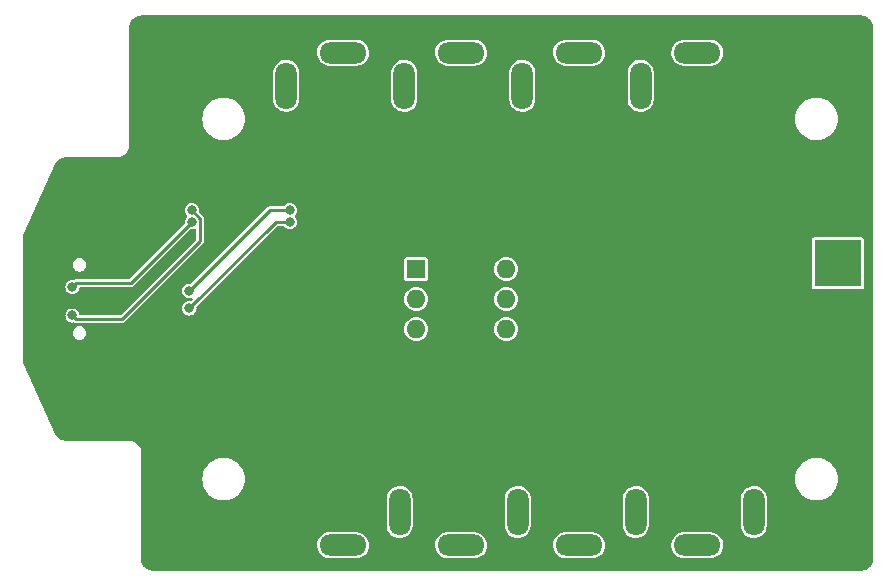
<source format=gbr>
%TF.GenerationSoftware,KiCad,Pcbnew,7.0.1*%
%TF.CreationDate,2024-06-10T22:25:48+03:00*%
%TF.ProjectId,PedalPower,50656461-6c50-46f7-9765-722e6b696361,rev?*%
%TF.SameCoordinates,Original*%
%TF.FileFunction,Copper,L2,Bot*%
%TF.FilePolarity,Positive*%
%FSLAX46Y46*%
G04 Gerber Fmt 4.6, Leading zero omitted, Abs format (unit mm)*
G04 Created by KiCad (PCBNEW 7.0.1) date 2024-06-10 22:25:48*
%MOMM*%
%LPD*%
G01*
G04 APERTURE LIST*
%TA.AperFunction,ComponentPad*%
%ADD10R,4.000000X4.000000*%
%TD*%
%TA.AperFunction,ComponentPad*%
%ADD11R,4.400000X1.800000*%
%TD*%
%TA.AperFunction,ComponentPad*%
%ADD12O,4.000000X1.800000*%
%TD*%
%TA.AperFunction,ComponentPad*%
%ADD13O,1.800000X4.000000*%
%TD*%
%TA.AperFunction,ComponentPad*%
%ADD14R,1.600000X1.600000*%
%TD*%
%TA.AperFunction,ComponentPad*%
%ADD15O,1.600000X1.600000*%
%TD*%
%TA.AperFunction,ComponentPad*%
%ADD16O,2.100000X1.000000*%
%TD*%
%TA.AperFunction,ComponentPad*%
%ADD17O,1.600000X1.000000*%
%TD*%
%TA.AperFunction,ViaPad*%
%ADD18C,0.800000*%
%TD*%
%TA.AperFunction,Conductor*%
%ADD19C,0.250000*%
%TD*%
G04 APERTURE END LIST*
D10*
%TO.P,TP2,1,1*%
%TO.N,GND*%
X52000000Y-3000000D03*
%TD*%
D11*
%TO.P,J8,1*%
%TO.N,GND*%
X10100000Y15050000D03*
D12*
%TO.P,J8,2*%
%TO.N,VCC*%
X10100000Y20850000D03*
D13*
%TO.P,J8,3*%
%TO.N,unconnected-(J8-Pad3)*%
X5300000Y18050000D03*
%TD*%
D11*
%TO.P,J7,1*%
%TO.N,GND*%
X30100000Y-15050000D03*
D12*
%TO.P,J7,2*%
%TO.N,VCC*%
X30100000Y-20850000D03*
D13*
%TO.P,J7,3*%
%TO.N,unconnected-(J7-Pad3)*%
X34900000Y-18050000D03*
%TD*%
D11*
%TO.P,J9,1*%
%TO.N,GND*%
X40100000Y-15050000D03*
D12*
%TO.P,J9,2*%
%TO.N,VCC*%
X40100000Y-20850000D03*
D13*
%TO.P,J9,3*%
%TO.N,unconnected-(J9-Pad3)*%
X44900000Y-18050000D03*
%TD*%
D11*
%TO.P,J3,1*%
%TO.N,GND*%
X10100000Y-15050000D03*
D12*
%TO.P,J3,2*%
%TO.N,VCC*%
X10100000Y-20850000D03*
D13*
%TO.P,J3,3*%
%TO.N,unconnected-(J3-Pad3)*%
X14900000Y-18050000D03*
%TD*%
D14*
%TO.P,SW1,1*%
%TO.N,Net-(U2-CFG3)*%
X16300000Y2525000D03*
D15*
%TO.P,SW1,2*%
%TO.N,Net-(U2-CFG2)*%
X16300000Y-15000D03*
%TO.P,SW1,3*%
%TO.N,Net-(U2-CFG1)*%
X16300000Y-2555000D03*
%TO.P,SW1,4*%
%TO.N,VDD*%
X23920000Y-2555000D03*
%TO.P,SW1,5*%
X23920000Y-15000D03*
%TO.P,SW1,6*%
X23920000Y2525000D03*
%TD*%
D16*
%TO.P,J1,S1,SHIELD*%
%TO.N,GND*%
X-11670000Y4320000D03*
D17*
X-15850000Y4320000D03*
D16*
X-11670000Y-4320000D03*
D17*
X-15850000Y-4320000D03*
%TD*%
D11*
%TO.P,J5,1*%
%TO.N,GND*%
X20100000Y-15050000D03*
D12*
%TO.P,J5,2*%
%TO.N,VCC*%
X20100000Y-20850000D03*
D13*
%TO.P,J5,3*%
%TO.N,unconnected-(J5-Pad3)*%
X24900000Y-18050000D03*
%TD*%
D11*
%TO.P,J2,1*%
%TO.N,GND*%
X40100000Y15050000D03*
D12*
%TO.P,J2,2*%
%TO.N,VCC*%
X40100000Y20850000D03*
D13*
%TO.P,J2,3*%
%TO.N,unconnected-(J2-Pad3)*%
X35300000Y18050000D03*
%TD*%
D10*
%TO.P,TP1,1,1*%
%TO.N,VCC*%
X52000000Y3000000D03*
%TD*%
D11*
%TO.P,J4,1*%
%TO.N,GND*%
X30100000Y15050000D03*
D12*
%TO.P,J4,2*%
%TO.N,VCC*%
X30100000Y20850000D03*
D13*
%TO.P,J4,3*%
%TO.N,unconnected-(J4-Pad3)*%
X25300000Y18050000D03*
%TD*%
D11*
%TO.P,J6,1*%
%TO.N,GND*%
X20100000Y15050000D03*
D12*
%TO.P,J6,2*%
%TO.N,VCC*%
X20100000Y20850000D03*
D13*
%TO.P,J6,3*%
%TO.N,unconnected-(J6-Pad3)*%
X15300000Y18050000D03*
%TD*%
D18*
%TO.N,Net-(U2-D+)*%
X-2900000Y-800000D03*
X5600000Y6500497D03*
%TO.N,Net-(U2-D-)*%
X-2900000Y700000D03*
X5600000Y7500000D03*
%TO.N,GND*%
X19600000Y-2100000D03*
X2600000Y8800000D03*
X-8600000Y-3400000D03*
X-9500000Y6100000D03*
X3600000Y-1000000D03*
X-11300000Y6100000D03*
X19600000Y2500000D03*
X-8600000Y4300000D03*
X-8600000Y0D03*
X-8600000Y-6100000D03*
X-8600000Y-5200000D03*
X-10400000Y-6100000D03*
X10600000Y0D03*
X10600000Y-4000000D03*
X-8600000Y-4300000D03*
X-8600000Y5200000D03*
X34600000Y3700000D03*
X-9500000Y-6100000D03*
X-8600000Y3400000D03*
X800000Y8800000D03*
X10600000Y3000000D03*
X-8600000Y6100000D03*
X-10400000Y6100000D03*
X-11300000Y-6100000D03*
X1700000Y8800000D03*
%TO.N,Net-(J1-CC1)*%
X-12800000Y1000000D03*
X-2700000Y6500000D03*
%TO.N,Net-(J1-CC2)*%
X-12800000Y-1400000D03*
X-2700000Y7500000D03*
%TD*%
D19*
%TO.N,Net-(U2-D+)*%
X4400497Y6500497D02*
X-2900000Y-800000D01*
X5600000Y6500497D02*
X4400497Y6500497D01*
%TO.N,Net-(U2-D-)*%
X-2900000Y700000D02*
X3900000Y7500000D01*
X3900000Y7500000D02*
X5600000Y7500000D01*
%TO.N,Net-(J1-CC1)*%
X-12474190Y1325810D02*
X-7874190Y1325810D01*
X-12800000Y1000000D02*
X-12474190Y1325810D01*
X-7874190Y1325810D02*
X-2700000Y6500000D01*
%TO.N,Net-(J1-CC2)*%
X-1975000Y6800305D02*
X-2674695Y7500000D01*
X-1975000Y4925000D02*
X-1975000Y6800305D01*
X-8600000Y-1700000D02*
X-1975000Y4925000D01*
X-2674695Y7500000D02*
X-2700000Y7500000D01*
X-12800000Y-1400000D02*
X-12500000Y-1700000D01*
X-12500000Y-1700000D02*
X-8600000Y-1700000D01*
%TD*%
%TA.AperFunction,Conductor*%
%TO.N,GND*%
G36*
X54005392Y23999028D02*
G01*
X54009760Y23998646D01*
X54044776Y23995581D01*
X54046116Y23995456D01*
X54171760Y23983082D01*
X54191700Y23979454D01*
X54256382Y23962123D01*
X54260285Y23961008D01*
X54351562Y23933319D01*
X54367971Y23927041D01*
X54433835Y23896328D01*
X54439884Y23893304D01*
X54519046Y23850990D01*
X54531715Y23843207D01*
X54592889Y23800373D01*
X54600430Y23794652D01*
X54668455Y23738826D01*
X54677472Y23730653D01*
X54730653Y23677472D01*
X54738826Y23668455D01*
X54794652Y23600430D01*
X54800373Y23592889D01*
X54843207Y23531715D01*
X54850990Y23519046D01*
X54893304Y23439884D01*
X54896328Y23433835D01*
X54927041Y23367971D01*
X54933319Y23351562D01*
X54961008Y23260285D01*
X54962123Y23256382D01*
X54979454Y23191700D01*
X54983082Y23171760D01*
X54995456Y23046116D01*
X54995581Y23044776D01*
X54999028Y23005397D01*
X54999500Y22994584D01*
X54999500Y-21994584D01*
X54999028Y-22005397D01*
X54995581Y-22044776D01*
X54995456Y-22046116D01*
X54983082Y-22171760D01*
X54979454Y-22191700D01*
X54962123Y-22256382D01*
X54961008Y-22260285D01*
X54933319Y-22351562D01*
X54927041Y-22367971D01*
X54896328Y-22433835D01*
X54893304Y-22439884D01*
X54850990Y-22519046D01*
X54843207Y-22531715D01*
X54800373Y-22592889D01*
X54794652Y-22600430D01*
X54738826Y-22668455D01*
X54730653Y-22677472D01*
X54677472Y-22730653D01*
X54668455Y-22738826D01*
X54600430Y-22794652D01*
X54592889Y-22800373D01*
X54531715Y-22843207D01*
X54519046Y-22850990D01*
X54439884Y-22893304D01*
X54433835Y-22896328D01*
X54367971Y-22927041D01*
X54351562Y-22933319D01*
X54260285Y-22961008D01*
X54256382Y-22962123D01*
X54191700Y-22979454D01*
X54171760Y-22983082D01*
X54046116Y-22995456D01*
X54044776Y-22995581D01*
X54009760Y-22998646D01*
X54005392Y-22999028D01*
X53994584Y-22999500D01*
X-5994584Y-22999500D01*
X-6005392Y-22999028D01*
X-6009760Y-22998646D01*
X-6044776Y-22995581D01*
X-6046116Y-22995456D01*
X-6171759Y-22983082D01*
X-6191699Y-22979454D01*
X-6256366Y-22962127D01*
X-6260269Y-22961013D01*
X-6351563Y-22933319D01*
X-6367972Y-22927040D01*
X-6433832Y-22896329D01*
X-6439880Y-22893305D01*
X-6519056Y-22850985D01*
X-6531727Y-22843201D01*
X-6592881Y-22800380D01*
X-6600422Y-22794659D01*
X-6668461Y-22738821D01*
X-6677477Y-22730649D01*
X-6730649Y-22677477D01*
X-6738821Y-22668461D01*
X-6794659Y-22600422D01*
X-6800380Y-22592881D01*
X-6843201Y-22531727D01*
X-6850985Y-22519056D01*
X-6893305Y-22439880D01*
X-6896329Y-22433832D01*
X-6927040Y-22367972D01*
X-6933319Y-22351563D01*
X-6961013Y-22260269D01*
X-6962127Y-22256366D01*
X-6979454Y-22191699D01*
X-6983082Y-22171759D01*
X-6995456Y-22046116D01*
X-6995581Y-22044776D01*
X-6999028Y-22005397D01*
X-6999500Y-21994584D01*
X-6999500Y-20797396D01*
X7895746Y-20797396D01*
X7905746Y-21007330D01*
X7955297Y-21211580D01*
X8042602Y-21402752D01*
X8152846Y-21557566D01*
X8164514Y-21573952D01*
X8316622Y-21718986D01*
X8388964Y-21765478D01*
X8493425Y-21832612D01*
X8532580Y-21848287D01*
X8688543Y-21910725D01*
X8817228Y-21935527D01*
X8894914Y-21950500D01*
X8894915Y-21950500D01*
X11252420Y-21950500D01*
X11252425Y-21950500D01*
X11409218Y-21935528D01*
X11610875Y-21876316D01*
X11797682Y-21780011D01*
X11962886Y-21650092D01*
X12100519Y-21491256D01*
X12205604Y-21309244D01*
X12274344Y-21110633D01*
X12304254Y-20902602D01*
X12299243Y-20797396D01*
X17895746Y-20797396D01*
X17905746Y-21007330D01*
X17955297Y-21211580D01*
X18042602Y-21402752D01*
X18152846Y-21557566D01*
X18164514Y-21573952D01*
X18316622Y-21718986D01*
X18388964Y-21765478D01*
X18493425Y-21832612D01*
X18532580Y-21848287D01*
X18688543Y-21910725D01*
X18817228Y-21935527D01*
X18894914Y-21950500D01*
X18894915Y-21950500D01*
X21252420Y-21950500D01*
X21252425Y-21950500D01*
X21409218Y-21935528D01*
X21610875Y-21876316D01*
X21797682Y-21780011D01*
X21962886Y-21650092D01*
X22100519Y-21491256D01*
X22205604Y-21309244D01*
X22274344Y-21110633D01*
X22304254Y-20902602D01*
X22299243Y-20797396D01*
X27895746Y-20797396D01*
X27905746Y-21007330D01*
X27955297Y-21211580D01*
X28042602Y-21402752D01*
X28152846Y-21557566D01*
X28164514Y-21573952D01*
X28316622Y-21718986D01*
X28388964Y-21765478D01*
X28493425Y-21832612D01*
X28532580Y-21848287D01*
X28688543Y-21910725D01*
X28817228Y-21935527D01*
X28894914Y-21950500D01*
X28894915Y-21950500D01*
X31252420Y-21950500D01*
X31252425Y-21950500D01*
X31409218Y-21935528D01*
X31610875Y-21876316D01*
X31797682Y-21780011D01*
X31962886Y-21650092D01*
X32100519Y-21491256D01*
X32205604Y-21309244D01*
X32274344Y-21110633D01*
X32304254Y-20902602D01*
X32299243Y-20797396D01*
X37895746Y-20797396D01*
X37905746Y-21007330D01*
X37955297Y-21211580D01*
X38042602Y-21402752D01*
X38152846Y-21557566D01*
X38164514Y-21573952D01*
X38316622Y-21718986D01*
X38388964Y-21765478D01*
X38493425Y-21832612D01*
X38532580Y-21848287D01*
X38688543Y-21910725D01*
X38817228Y-21935527D01*
X38894914Y-21950500D01*
X38894915Y-21950500D01*
X41252420Y-21950500D01*
X41252425Y-21950500D01*
X41409218Y-21935528D01*
X41610875Y-21876316D01*
X41797682Y-21780011D01*
X41962886Y-21650092D01*
X42100519Y-21491256D01*
X42205604Y-21309244D01*
X42274344Y-21110633D01*
X42304254Y-20902602D01*
X42294254Y-20692670D01*
X42244704Y-20488424D01*
X42244702Y-20488419D01*
X42157397Y-20297247D01*
X42035487Y-20126050D01*
X42035486Y-20126048D01*
X41883378Y-19981014D01*
X41851257Y-19960371D01*
X41706574Y-19867387D01*
X41550609Y-19804949D01*
X41511457Y-19789275D01*
X41511456Y-19789274D01*
X41511454Y-19789274D01*
X41305086Y-19749500D01*
X41305085Y-19749500D01*
X38947575Y-19749500D01*
X38849579Y-19758857D01*
X38790779Y-19764472D01*
X38589126Y-19823683D01*
X38402315Y-19919990D01*
X38237115Y-20049906D01*
X38099479Y-20208745D01*
X37994396Y-20390754D01*
X37925655Y-20589366D01*
X37895746Y-20797396D01*
X32299243Y-20797396D01*
X32294254Y-20692670D01*
X32244704Y-20488424D01*
X32244702Y-20488419D01*
X32157397Y-20297247D01*
X32035487Y-20126050D01*
X32035486Y-20126048D01*
X31883378Y-19981014D01*
X31851257Y-19960371D01*
X31706574Y-19867387D01*
X31550609Y-19804949D01*
X31511457Y-19789275D01*
X31511456Y-19789274D01*
X31511454Y-19789274D01*
X31305086Y-19749500D01*
X31305085Y-19749500D01*
X28947575Y-19749500D01*
X28849579Y-19758857D01*
X28790779Y-19764472D01*
X28589126Y-19823683D01*
X28402315Y-19919990D01*
X28237115Y-20049906D01*
X28099479Y-20208745D01*
X27994396Y-20390754D01*
X27925655Y-20589366D01*
X27895746Y-20797396D01*
X22299243Y-20797396D01*
X22294254Y-20692670D01*
X22244704Y-20488424D01*
X22244702Y-20488419D01*
X22157397Y-20297247D01*
X22035487Y-20126050D01*
X22035486Y-20126048D01*
X21883378Y-19981014D01*
X21851257Y-19960371D01*
X21706574Y-19867387D01*
X21550609Y-19804949D01*
X21511457Y-19789275D01*
X21511456Y-19789274D01*
X21511454Y-19789274D01*
X21305086Y-19749500D01*
X21305085Y-19749500D01*
X18947575Y-19749500D01*
X18849579Y-19758857D01*
X18790779Y-19764472D01*
X18589126Y-19823683D01*
X18402315Y-19919990D01*
X18237115Y-20049906D01*
X18099479Y-20208745D01*
X17994396Y-20390754D01*
X17925655Y-20589366D01*
X17895746Y-20797396D01*
X12299243Y-20797396D01*
X12294254Y-20692670D01*
X12244704Y-20488424D01*
X12244702Y-20488419D01*
X12157397Y-20297247D01*
X12035487Y-20126050D01*
X12035486Y-20126048D01*
X11883378Y-19981014D01*
X11851257Y-19960371D01*
X11706574Y-19867387D01*
X11550609Y-19804949D01*
X11511457Y-19789275D01*
X11511456Y-19789274D01*
X11511454Y-19789274D01*
X11305086Y-19749500D01*
X11305085Y-19749500D01*
X8947575Y-19749500D01*
X8849579Y-19758857D01*
X8790779Y-19764472D01*
X8589126Y-19823683D01*
X8402315Y-19919990D01*
X8237115Y-20049906D01*
X8099479Y-20208745D01*
X7994396Y-20390754D01*
X7925655Y-20589366D01*
X7895746Y-20797396D01*
X-6999500Y-20797396D01*
X-6999500Y-19202425D01*
X13799500Y-19202425D01*
X13804529Y-19255086D01*
X13814472Y-19359220D01*
X13873683Y-19560873D01*
X13969990Y-19747684D01*
X14099906Y-19912884D01*
X14099908Y-19912886D01*
X14183692Y-19985486D01*
X14258745Y-20050520D01*
X14389567Y-20126050D01*
X14440756Y-20155604D01*
X14534241Y-20187959D01*
X14639366Y-20224344D01*
X14674298Y-20229366D01*
X14847398Y-20254254D01*
X15057330Y-20244254D01*
X15261576Y-20194704D01*
X15411907Y-20126050D01*
X15452752Y-20107397D01*
X15532624Y-20050520D01*
X15623952Y-19985486D01*
X15768986Y-19833378D01*
X15882613Y-19656572D01*
X15960725Y-19461457D01*
X16000500Y-19255085D01*
X16000500Y-19202425D01*
X23799500Y-19202425D01*
X23804529Y-19255086D01*
X23814472Y-19359220D01*
X23873683Y-19560873D01*
X23969990Y-19747684D01*
X24099906Y-19912884D01*
X24099908Y-19912886D01*
X24183692Y-19985486D01*
X24258745Y-20050520D01*
X24389567Y-20126050D01*
X24440756Y-20155604D01*
X24534241Y-20187959D01*
X24639366Y-20224344D01*
X24674298Y-20229366D01*
X24847398Y-20254254D01*
X25057330Y-20244254D01*
X25261576Y-20194704D01*
X25411907Y-20126050D01*
X25452752Y-20107397D01*
X25532624Y-20050520D01*
X25623952Y-19985486D01*
X25768986Y-19833378D01*
X25882613Y-19656572D01*
X25960725Y-19461457D01*
X26000500Y-19255085D01*
X26000500Y-19202425D01*
X33799500Y-19202425D01*
X33804529Y-19255086D01*
X33814472Y-19359220D01*
X33873683Y-19560873D01*
X33969990Y-19747684D01*
X34099906Y-19912884D01*
X34099908Y-19912886D01*
X34183692Y-19985486D01*
X34258745Y-20050520D01*
X34389567Y-20126050D01*
X34440756Y-20155604D01*
X34534241Y-20187959D01*
X34639366Y-20224344D01*
X34674298Y-20229366D01*
X34847398Y-20254254D01*
X35057330Y-20244254D01*
X35261576Y-20194704D01*
X35411907Y-20126050D01*
X35452752Y-20107397D01*
X35532624Y-20050520D01*
X35623952Y-19985486D01*
X35768986Y-19833378D01*
X35882613Y-19656572D01*
X35960725Y-19461457D01*
X36000500Y-19255085D01*
X36000500Y-19202425D01*
X43799500Y-19202425D01*
X43804529Y-19255086D01*
X43814472Y-19359220D01*
X43873683Y-19560873D01*
X43969990Y-19747684D01*
X44099906Y-19912884D01*
X44099908Y-19912886D01*
X44183692Y-19985486D01*
X44258745Y-20050520D01*
X44389567Y-20126050D01*
X44440756Y-20155604D01*
X44534241Y-20187959D01*
X44639366Y-20224344D01*
X44674298Y-20229366D01*
X44847398Y-20254254D01*
X45057330Y-20244254D01*
X45261576Y-20194704D01*
X45411907Y-20126050D01*
X45452752Y-20107397D01*
X45532624Y-20050520D01*
X45623952Y-19985486D01*
X45768986Y-19833378D01*
X45882613Y-19656572D01*
X45960725Y-19461457D01*
X46000500Y-19255085D01*
X46000500Y-16897575D01*
X45985528Y-16740782D01*
X45926316Y-16539125D01*
X45830011Y-16352318D01*
X45762994Y-16267100D01*
X45700093Y-16187115D01*
X45541254Y-16049479D01*
X45359245Y-15944396D01*
X45160633Y-15875655D01*
X44952603Y-15845746D01*
X44952602Y-15845746D01*
X44847635Y-15850746D01*
X44742669Y-15855746D01*
X44538419Y-15905297D01*
X44347247Y-15992602D01*
X44176050Y-16114512D01*
X44031013Y-16266623D01*
X43917387Y-16443425D01*
X43839274Y-16638545D01*
X43805525Y-16813652D01*
X43799500Y-16844915D01*
X43799500Y-19202425D01*
X36000500Y-19202425D01*
X36000500Y-16897575D01*
X35985528Y-16740782D01*
X35926316Y-16539125D01*
X35830011Y-16352318D01*
X35762994Y-16267100D01*
X35700093Y-16187115D01*
X35541254Y-16049479D01*
X35359245Y-15944396D01*
X35160633Y-15875655D01*
X34952603Y-15845746D01*
X34952602Y-15845746D01*
X34847635Y-15850746D01*
X34742669Y-15855746D01*
X34538419Y-15905297D01*
X34347247Y-15992602D01*
X34176050Y-16114512D01*
X34031013Y-16266623D01*
X33917387Y-16443425D01*
X33839274Y-16638545D01*
X33805525Y-16813652D01*
X33799500Y-16844915D01*
X33799500Y-19202425D01*
X26000500Y-19202425D01*
X26000500Y-16897575D01*
X25985528Y-16740782D01*
X25926316Y-16539125D01*
X25830011Y-16352318D01*
X25762994Y-16267100D01*
X25700093Y-16187115D01*
X25541254Y-16049479D01*
X25359245Y-15944396D01*
X25160633Y-15875655D01*
X24952603Y-15845746D01*
X24952602Y-15845746D01*
X24847635Y-15850746D01*
X24742669Y-15855746D01*
X24538419Y-15905297D01*
X24347247Y-15992602D01*
X24176050Y-16114512D01*
X24031013Y-16266623D01*
X23917387Y-16443425D01*
X23839274Y-16638545D01*
X23805525Y-16813652D01*
X23799500Y-16844915D01*
X23799500Y-19202425D01*
X16000500Y-19202425D01*
X16000500Y-16897575D01*
X15985528Y-16740782D01*
X15926316Y-16539125D01*
X15830011Y-16352318D01*
X15762994Y-16267100D01*
X15700093Y-16187115D01*
X15541254Y-16049479D01*
X15359245Y-15944396D01*
X15160633Y-15875655D01*
X14952603Y-15845746D01*
X14952602Y-15845746D01*
X14847635Y-15850746D01*
X14742669Y-15855746D01*
X14538419Y-15905297D01*
X14347247Y-15992602D01*
X14176050Y-16114512D01*
X14031013Y-16266623D01*
X13917387Y-16443425D01*
X13839274Y-16638545D01*
X13805525Y-16813652D01*
X13799500Y-16844915D01*
X13799500Y-19202425D01*
X-6999500Y-19202425D01*
X-6999500Y-15250000D01*
X-1805549Y-15250000D01*
X-1785383Y-15519103D01*
X-1725334Y-15782195D01*
X-1626743Y-16033398D01*
X-1491815Y-16267102D01*
X-1323561Y-16478085D01*
X-1125741Y-16661635D01*
X-902774Y-16813651D01*
X-659641Y-16930738D01*
X-401772Y-17010280D01*
X-134929Y-17050500D01*
X134929Y-17050500D01*
X401772Y-17010280D01*
X659641Y-16930738D01*
X902775Y-16813651D01*
X1125741Y-16661635D01*
X1323561Y-16478085D01*
X1491815Y-16267102D01*
X1626743Y-16033398D01*
X1725334Y-15782195D01*
X1785383Y-15519103D01*
X1805549Y-15250000D01*
X48394450Y-15250000D01*
X48414616Y-15519100D01*
X48414617Y-15519103D01*
X48474666Y-15782195D01*
X48573257Y-16033398D01*
X48708185Y-16267102D01*
X48876439Y-16478085D01*
X49074259Y-16661635D01*
X49297226Y-16813651D01*
X49540359Y-16930738D01*
X49798228Y-17010280D01*
X50065071Y-17050500D01*
X50334929Y-17050500D01*
X50601772Y-17010280D01*
X50859641Y-16930738D01*
X51102775Y-16813651D01*
X51325741Y-16661635D01*
X51523561Y-16478085D01*
X51691815Y-16267102D01*
X51826743Y-16033398D01*
X51925334Y-15782195D01*
X51985383Y-15519103D01*
X52005549Y-15250000D01*
X51985383Y-14980897D01*
X51925334Y-14717805D01*
X51826743Y-14466602D01*
X51691815Y-14232898D01*
X51523561Y-14021915D01*
X51523560Y-14021914D01*
X51325743Y-13838366D01*
X51268205Y-13799137D01*
X51102775Y-13686349D01*
X50859641Y-13569262D01*
X50780097Y-13544726D01*
X50601771Y-13489719D01*
X50334929Y-13449500D01*
X50065071Y-13449500D01*
X49798228Y-13489719D01*
X49540359Y-13569262D01*
X49297228Y-13686347D01*
X49074257Y-13838366D01*
X48876439Y-14021915D01*
X48708184Y-14232899D01*
X48573257Y-14466601D01*
X48474666Y-14717804D01*
X48414616Y-14980899D01*
X48394450Y-15250000D01*
X1805549Y-15250000D01*
X1785383Y-14980897D01*
X1725334Y-14717805D01*
X1626743Y-14466602D01*
X1491815Y-14232898D01*
X1323561Y-14021915D01*
X1323560Y-14021914D01*
X1125743Y-13838366D01*
X1068205Y-13799137D01*
X902775Y-13686349D01*
X659641Y-13569262D01*
X580097Y-13544726D01*
X401771Y-13489719D01*
X134929Y-13449500D01*
X-134929Y-13449500D01*
X-401771Y-13489719D01*
X-580097Y-13544726D01*
X-659641Y-13569262D01*
X-772564Y-13623643D01*
X-902771Y-13686347D01*
X-902773Y-13686348D01*
X-902774Y-13686349D01*
X-1125741Y-13838365D01*
X-1323561Y-14021915D01*
X-1491815Y-14232898D01*
X-1626743Y-14466602D01*
X-1725334Y-14717805D01*
X-1785383Y-14980897D01*
X-1805549Y-15250000D01*
X-6999500Y-15250000D01*
X-6999500Y-12912467D01*
X-7029898Y-12740064D01*
X-7089777Y-12575549D01*
X-7177305Y-12423946D01*
X-7289837Y-12289837D01*
X-7423946Y-12177305D01*
X-7575549Y-12089777D01*
X-7740064Y-12029898D01*
X-7912467Y-11999500D01*
X-7912468Y-11999500D01*
X-7999901Y-11999500D01*
X-13351015Y-11999500D01*
X-13361139Y-11999086D01*
X-13364435Y-11998816D01*
X-13391662Y-11996585D01*
X-13393339Y-11996436D01*
X-13520677Y-11984258D01*
X-13538971Y-11981112D01*
X-13598415Y-11966238D01*
X-13603304Y-11964909D01*
X-13693808Y-11938291D01*
X-13708092Y-11933119D01*
X-13769657Y-11906461D01*
X-13777286Y-11902845D01*
X-13856414Y-11861978D01*
X-13866644Y-11856060D01*
X-13924151Y-11819031D01*
X-13933772Y-11812166D01*
X-14003695Y-11757061D01*
X-14010146Y-11751612D01*
X-14059910Y-11706578D01*
X-14070528Y-11695714D01*
X-14132205Y-11624344D01*
X-14135438Y-11620444D01*
X-14173580Y-11572479D01*
X-14184014Y-11557126D01*
X-14247811Y-11446210D01*
X-14248642Y-11444743D01*
X-14263531Y-11418023D01*
X-14268097Y-11408977D01*
X-16908080Y-5601014D01*
X-16911445Y-5592851D01*
X-16914015Y-5585927D01*
X-16915472Y-5581780D01*
X-16966312Y-5428348D01*
X-16969794Y-5415598D01*
X-16978958Y-5373294D01*
X-16981064Y-5360243D01*
X-16998268Y-5199557D01*
X-16998658Y-5195182D01*
X-16999185Y-5187797D01*
X-16999500Y-5178971D01*
X-16999500Y-2890000D01*
X-12780466Y-2890000D01*
X-12760687Y-3040236D01*
X-12702698Y-3180233D01*
X-12610451Y-3300451D01*
X-12490233Y-3392698D01*
X-12350236Y-3450687D01*
X-12293977Y-3458093D01*
X-12237721Y-3465500D01*
X-12237720Y-3465500D01*
X-12162280Y-3465500D01*
X-12162279Y-3465500D01*
X-12049764Y-3450687D01*
X-12049763Y-3450686D01*
X-11909767Y-3392698D01*
X-11789549Y-3300451D01*
X-11697302Y-3180233D01*
X-11697301Y-3180231D01*
X-11639312Y-3040235D01*
X-11619533Y-2890000D01*
X-11639312Y-2739764D01*
X-11697301Y-2599768D01*
X-11731653Y-2555000D01*
X15294659Y-2555000D01*
X15313976Y-2751133D01*
X15371185Y-2939726D01*
X15371186Y-2939727D01*
X15464090Y-3113538D01*
X15589117Y-3265883D01*
X15741462Y-3390910D01*
X15915273Y-3483814D01*
X16103868Y-3541024D01*
X16300000Y-3560341D01*
X16496132Y-3541024D01*
X16684727Y-3483814D01*
X16858538Y-3390910D01*
X17010883Y-3265883D01*
X17135910Y-3113538D01*
X17228814Y-2939727D01*
X17286024Y-2751132D01*
X17305341Y-2555000D01*
X22914659Y-2555000D01*
X22933976Y-2751133D01*
X22991185Y-2939726D01*
X22991186Y-2939727D01*
X23084090Y-3113538D01*
X23209117Y-3265883D01*
X23361462Y-3390910D01*
X23535273Y-3483814D01*
X23723868Y-3541024D01*
X23920000Y-3560341D01*
X24116132Y-3541024D01*
X24304727Y-3483814D01*
X24478538Y-3390910D01*
X24630883Y-3265883D01*
X24755910Y-3113538D01*
X24848814Y-2939727D01*
X24906024Y-2751132D01*
X24925341Y-2555000D01*
X24906024Y-2358868D01*
X24848814Y-2170273D01*
X24755910Y-1996462D01*
X24630883Y-1844117D01*
X24478538Y-1719090D01*
X24448136Y-1702840D01*
X24304726Y-1626185D01*
X24116133Y-1568976D01*
X23920000Y-1549659D01*
X23723866Y-1568976D01*
X23535273Y-1626185D01*
X23361463Y-1719089D01*
X23209117Y-1844117D01*
X23084089Y-1996463D01*
X22991185Y-2170273D01*
X22933976Y-2358866D01*
X22914659Y-2555000D01*
X17305341Y-2555000D01*
X17286024Y-2358868D01*
X17228814Y-2170273D01*
X17135910Y-1996462D01*
X17010883Y-1844117D01*
X16858538Y-1719090D01*
X16828136Y-1702840D01*
X16684726Y-1626185D01*
X16496133Y-1568976D01*
X16300000Y-1549659D01*
X16103866Y-1568976D01*
X15915273Y-1626185D01*
X15741463Y-1719089D01*
X15589117Y-1844117D01*
X15464089Y-1996463D01*
X15371185Y-2170273D01*
X15313976Y-2358866D01*
X15294659Y-2555000D01*
X-11731653Y-2555000D01*
X-11789549Y-2479549D01*
X-11909768Y-2387301D01*
X-12049764Y-2329312D01*
X-12162279Y-2314500D01*
X-12162280Y-2314500D01*
X-12237720Y-2314500D01*
X-12237721Y-2314500D01*
X-12350235Y-2329312D01*
X-12490231Y-2387301D01*
X-12490233Y-2387302D01*
X-12610451Y-2479549D01*
X-12702698Y-2599767D01*
X-12760687Y-2739764D01*
X-12780466Y-2890000D01*
X-16999500Y-2890000D01*
X-16999500Y-1400000D01*
X-13405682Y-1400000D01*
X-13385044Y-1556762D01*
X-13324536Y-1702841D01*
X-13228282Y-1828282D01*
X-13102841Y-1924536D01*
X-12956762Y-1985044D01*
X-12800000Y-2005682D01*
X-12701622Y-1992730D01*
X-12653356Y-1995891D01*
X-12641413Y-1999090D01*
X-12614113Y-2010398D01*
X-12613049Y-2010585D01*
X-12613045Y-2010588D01*
X-12575830Y-2017149D01*
X-12565324Y-2019478D01*
X-12528807Y-2029264D01*
X-12491180Y-2025971D01*
X-12480373Y-2025500D01*
X-8619627Y-2025500D01*
X-8608819Y-2025971D01*
X-8571193Y-2029264D01*
X-8571192Y-2029263D01*
X-8571192Y-2029264D01*
X-8534706Y-2019487D01*
X-8524143Y-2017145D01*
X-8486955Y-2010588D01*
X-8486954Y-2010587D01*
X-8485891Y-2010400D01*
X-8461198Y-2000171D01*
X-8460317Y-1999554D01*
X-8460316Y-1999554D01*
X-8429379Y-1977892D01*
X-8420256Y-1972080D01*
X-8387544Y-1953194D01*
X-8363262Y-1924255D01*
X-8355954Y-1916280D01*
X-7239674Y-800000D01*
X-3505682Y-800000D01*
X-3485044Y-956762D01*
X-3424536Y-1102841D01*
X-3328282Y-1228282D01*
X-3202841Y-1324536D01*
X-3056762Y-1385044D01*
X-2900000Y-1405682D01*
X-2743238Y-1385044D01*
X-2597159Y-1324536D01*
X-2521767Y-1266686D01*
X-2471717Y-1228282D01*
X-2375463Y-1102840D01*
X-2314956Y-956762D01*
X-2294317Y-799999D01*
X-2303246Y-732180D01*
X-2297726Y-676136D01*
X-2267988Y-628314D01*
X-1654673Y-14999D01*
X15294659Y-14999D01*
X15313976Y-211133D01*
X15371185Y-399726D01*
X15452092Y-551091D01*
X15464090Y-573538D01*
X15589117Y-725883D01*
X15741462Y-850910D01*
X15915273Y-943814D01*
X16103868Y-1001024D01*
X16300000Y-1020341D01*
X16496132Y-1001024D01*
X16684727Y-943814D01*
X16858538Y-850910D01*
X17010883Y-725883D01*
X17135910Y-573538D01*
X17228814Y-399727D01*
X17286024Y-211132D01*
X17305341Y-15000D01*
X17305341Y-14999D01*
X22914659Y-14999D01*
X22933976Y-211133D01*
X22991185Y-399726D01*
X23072091Y-551091D01*
X23084090Y-573538D01*
X23209117Y-725883D01*
X23361462Y-850910D01*
X23535273Y-943814D01*
X23723868Y-1001024D01*
X23920000Y-1020341D01*
X24116132Y-1001024D01*
X24304727Y-943814D01*
X24478538Y-850910D01*
X24630883Y-725883D01*
X24755910Y-573538D01*
X24848814Y-399727D01*
X24906024Y-211132D01*
X24925341Y-15000D01*
X24906024Y181132D01*
X24848814Y369727D01*
X24755910Y543538D01*
X24630883Y695883D01*
X24478538Y820910D01*
X24304727Y913814D01*
X24116132Y971024D01*
X24022447Y980251D01*
X49799500Y980251D01*
X49811132Y921769D01*
X49855447Y855447D01*
X49921769Y811132D01*
X49980251Y799500D01*
X49980252Y799500D01*
X54019748Y799500D01*
X54019749Y799500D01*
X54078230Y811132D01*
X54144552Y855447D01*
X54188867Y921769D01*
X54200500Y980251D01*
X54200500Y5019749D01*
X54188867Y5078230D01*
X54188867Y5078231D01*
X54144552Y5144552D01*
X54078231Y5188867D01*
X54024625Y5199530D01*
X54019749Y5200500D01*
X54019748Y5200500D01*
X49980252Y5200500D01*
X49980251Y5200500D01*
X49921769Y5188867D01*
X49855447Y5144552D01*
X49811132Y5078230D01*
X49799500Y5019749D01*
X49799500Y980251D01*
X24022447Y980251D01*
X23920000Y990341D01*
X23723868Y971024D01*
X23535273Y913814D01*
X23361462Y820910D01*
X23209117Y695883D01*
X23084090Y543538D01*
X23084089Y543536D01*
X22991185Y369726D01*
X22933976Y181133D01*
X22914659Y-14999D01*
X17305341Y-14999D01*
X17286024Y181132D01*
X17228814Y369727D01*
X17135910Y543538D01*
X17010883Y695883D01*
X16858538Y820910D01*
X16684727Y913814D01*
X16496132Y971024D01*
X16300000Y990341D01*
X16103868Y971024D01*
X15915273Y913814D01*
X15741462Y820910D01*
X15589117Y695883D01*
X15464090Y543538D01*
X15464089Y543536D01*
X15371185Y369726D01*
X15313976Y181133D01*
X15294659Y-14999D01*
X-1654673Y-14999D01*
X65577Y1705251D01*
X15299500Y1705251D01*
X15311132Y1646769D01*
X15355447Y1580447D01*
X15421769Y1536132D01*
X15480251Y1524500D01*
X15480252Y1524500D01*
X17119748Y1524500D01*
X17119749Y1524500D01*
X17178230Y1536132D01*
X17244552Y1580447D01*
X17288867Y1646769D01*
X17300500Y1705251D01*
X17300500Y2525000D01*
X22914659Y2525000D01*
X22933976Y2328866D01*
X22991185Y2140273D01*
X23084089Y1966463D01*
X23209117Y1814117D01*
X23361463Y1689089D01*
X23535273Y1596185D01*
X23723866Y1538976D01*
X23920000Y1519659D01*
X24116133Y1538976D01*
X24304726Y1596185D01*
X24478536Y1689089D01*
X24478538Y1689090D01*
X24630883Y1814117D01*
X24755910Y1966462D01*
X24848814Y2140273D01*
X24906024Y2328868D01*
X24925341Y2525000D01*
X24906024Y2721132D01*
X24848814Y2909727D01*
X24755910Y3083538D01*
X24630883Y3235883D01*
X24478538Y3360910D01*
X24304727Y3453814D01*
X24116132Y3511024D01*
X23920000Y3530341D01*
X23723868Y3511024D01*
X23535273Y3453814D01*
X23361462Y3360910D01*
X23209117Y3235883D01*
X23084090Y3083538D01*
X23084089Y3083536D01*
X22991185Y2909726D01*
X22933976Y2721133D01*
X22914659Y2525000D01*
X17300500Y2525000D01*
X17300500Y3344749D01*
X17288867Y3403230D01*
X17288867Y3403231D01*
X17244552Y3469552D01*
X17178231Y3513867D01*
X17148989Y3519683D01*
X17119749Y3525500D01*
X17119748Y3525500D01*
X15480252Y3525500D01*
X15480251Y3525500D01*
X15421769Y3513867D01*
X15355447Y3469552D01*
X15311132Y3403230D01*
X15299500Y3344749D01*
X15299500Y1705251D01*
X65577Y1705251D01*
X4499004Y6138678D01*
X4539232Y6165558D01*
X4586685Y6174997D01*
X5031701Y6174997D01*
X5086545Y6162209D01*
X5130077Y6126483D01*
X5171718Y6072214D01*
X5297159Y5975960D01*
X5443237Y5915453D01*
X5600000Y5894814D01*
X5756762Y5915453D01*
X5902840Y5975960D01*
X6028282Y6072214D01*
X6124536Y6197656D01*
X6185044Y6343735D01*
X6205682Y6500497D01*
X6185044Y6657259D01*
X6124536Y6803338D01*
X6031362Y6924764D01*
X6008679Y6973409D01*
X6008679Y7027086D01*
X6031364Y7075734D01*
X6124536Y7197159D01*
X6124537Y7197161D01*
X6185044Y7343238D01*
X6205682Y7500000D01*
X6185044Y7656762D01*
X6124536Y7802841D01*
X6028282Y7928282D01*
X5902841Y8024536D01*
X5756762Y8085044D01*
X5600000Y8105682D01*
X5443238Y8085044D01*
X5297159Y8024536D01*
X5171718Y7928282D01*
X5130077Y7874014D01*
X5086545Y7838288D01*
X5031701Y7825500D01*
X3919619Y7825500D01*
X3908812Y7825972D01*
X3903553Y7826432D01*
X3871193Y7829263D01*
X3871192Y7829262D01*
X3871191Y7829263D01*
X3834704Y7819486D01*
X3824146Y7817145D01*
X3786955Y7810588D01*
X3786954Y7810587D01*
X3785891Y7810400D01*
X3761201Y7800173D01*
X3760317Y7799554D01*
X3760316Y7799554D01*
X3729360Y7777878D01*
X3720266Y7772085D01*
X3687545Y7753194D01*
X3687543Y7753192D01*
X3663267Y7724261D01*
X3655959Y7716286D01*
X-2728315Y1332009D01*
X-2776136Y1302273D01*
X-2832180Y1296753D01*
X-2900000Y1305682D01*
X-3056762Y1285044D01*
X-3202841Y1224536D01*
X-3328282Y1128282D01*
X-3424536Y1002841D01*
X-3485044Y856762D01*
X-3505682Y700000D01*
X-3485044Y543238D01*
X-3437019Y427296D01*
X-3424536Y397159D01*
X-3328282Y271717D01*
X-3202840Y175463D01*
X-3056762Y114956D01*
X-2900000Y94317D01*
X-2811336Y105990D01*
X-2762373Y112436D01*
X-2701753Y105262D01*
X-2651900Y70030D01*
X-2624900Y15279D01*
X-2627296Y-45720D01*
X-2658509Y-98183D01*
X-2728314Y-167988D01*
X-2776136Y-197726D01*
X-2832180Y-203246D01*
X-2899999Y-194317D01*
X-3056762Y-214956D01*
X-3202840Y-275463D01*
X-3328282Y-371717D01*
X-3424536Y-497159D01*
X-3485044Y-643238D01*
X-3505682Y-800000D01*
X-7239674Y-800000D01*
X-1758714Y4680958D01*
X-1750741Y4688264D01*
X-1721806Y4712544D01*
X-1702914Y4745264D01*
X-1697106Y4754380D01*
X-1674831Y4786193D01*
X-1664597Y4810899D01*
X-1657852Y4849148D01*
X-1655512Y4859704D01*
X-1645735Y4896191D01*
X-1649028Y4933822D01*
X-1649500Y4944630D01*
X-1649500Y6780686D01*
X-1649028Y6791494D01*
X-1645736Y6829113D01*
X-1655511Y6865593D01*
X-1657852Y6876150D01*
X-1664599Y6914412D01*
X-1674830Y6939111D01*
X-1697105Y6970922D01*
X-1702916Y6980044D01*
X-1721803Y7012756D01*
X-1721804Y7012757D01*
X-1721806Y7012760D01*
X-1750750Y7037047D01*
X-1758712Y7044344D01*
X-2065044Y7350675D01*
X-2094782Y7398497D01*
X-2100302Y7454540D01*
X-2094318Y7500000D01*
X-2114956Y7656762D01*
X-2175463Y7802840D01*
X-2271717Y7928282D01*
X-2397159Y8024536D01*
X-2543238Y8085044D01*
X-2700000Y8105682D01*
X-2856762Y8085044D01*
X-3002841Y8024536D01*
X-3128282Y7928282D01*
X-3224536Y7802841D01*
X-3285044Y7656762D01*
X-3305682Y7500000D01*
X-3285044Y7343238D01*
X-3224536Y7197159D01*
X-3131171Y7075483D01*
X-3108488Y7026839D01*
X-3108488Y6973161D01*
X-3131171Y6924516D01*
X-3224536Y6802841D01*
X-3285044Y6656762D01*
X-3305617Y6500497D01*
X-3305682Y6500000D01*
X-3296753Y6432180D01*
X-3302273Y6376136D01*
X-3332009Y6328315D01*
X-6920562Y2739764D01*
X-7972697Y1687629D01*
X-8012925Y1660749D01*
X-8060378Y1651310D01*
X-12454563Y1651310D01*
X-12465371Y1651782D01*
X-12502997Y1655074D01*
X-12539514Y1645288D01*
X-12550020Y1642959D01*
X-12587235Y1636398D01*
X-12587237Y1636396D01*
X-12588302Y1636209D01*
X-12612986Y1625984D01*
X-12613869Y1625365D01*
X-12613874Y1625364D01*
X-12627492Y1615828D01*
X-12669139Y1596957D01*
X-12714796Y1594464D01*
X-12800000Y1605682D01*
X-12956762Y1585044D01*
X-13102841Y1524536D01*
X-13228282Y1428282D01*
X-13324536Y1302841D01*
X-13385044Y1156762D01*
X-13405682Y1000000D01*
X-13385044Y843238D01*
X-13371745Y811132D01*
X-13324536Y697159D01*
X-13228282Y571717D01*
X-13102840Y475463D01*
X-12956762Y414956D01*
X-12800000Y394317D01*
X-12643237Y414956D01*
X-12497159Y475463D01*
X-12371717Y571717D01*
X-12275463Y697159D01*
X-12214956Y843237D01*
X-12208471Y892496D01*
X-12187107Y947434D01*
X-12142789Y986299D01*
X-12085532Y1000310D01*
X-7893818Y1000310D01*
X-7883010Y999838D01*
X-7845382Y996545D01*
X-7808894Y1006322D01*
X-7798338Y1008662D01*
X-7760089Y1015407D01*
X-7735383Y1025641D01*
X-7703570Y1047916D01*
X-7694454Y1053724D01*
X-7661735Y1072615D01*
X-7637452Y1101554D01*
X-7630146Y1109526D01*
X-2871684Y5867988D01*
X-2823862Y5897726D01*
X-2767818Y5903246D01*
X-2700000Y5894317D01*
X-2543237Y5914956D01*
X-2471952Y5944483D01*
X-2412345Y5953325D01*
X-2355609Y5933024D01*
X-2315142Y5888375D01*
X-2300500Y5829922D01*
X-2300500Y5111188D01*
X-2309939Y5063735D01*
X-2336819Y5023507D01*
X-8698507Y-1338181D01*
X-8738735Y-1365061D01*
X-8786188Y-1374500D01*
X-12088930Y-1374500D01*
X-12146187Y-1360489D01*
X-12190505Y-1321624D01*
X-12211869Y-1266686D01*
X-12214956Y-1243238D01*
X-12275464Y-1097158D01*
X-12371717Y-971717D01*
X-12497159Y-875463D01*
X-12643237Y-814956D01*
X-12800000Y-794317D01*
X-12956762Y-814956D01*
X-13102840Y-875463D01*
X-13228282Y-971717D01*
X-13265591Y-1020340D01*
X-13324536Y-1097159D01*
X-13385044Y-1243238D01*
X-13405682Y-1400000D01*
X-16999500Y-1400000D01*
X-16999500Y2890000D01*
X-12780466Y2890000D01*
X-12760687Y2739764D01*
X-12702698Y2599767D01*
X-12610451Y2479549D01*
X-12490233Y2387302D01*
X-12490231Y2387301D01*
X-12350235Y2329312D01*
X-12237721Y2314500D01*
X-12237720Y2314500D01*
X-12162280Y2314500D01*
X-12162279Y2314500D01*
X-12049764Y2329312D01*
X-11909768Y2387301D01*
X-11789549Y2479549D01*
X-11697301Y2599768D01*
X-11639312Y2739764D01*
X-11619533Y2890000D01*
X-11639312Y3040235D01*
X-11697301Y3180231D01*
X-11697302Y3180233D01*
X-11789549Y3300451D01*
X-11909767Y3392698D01*
X-12049764Y3450687D01*
X-12073516Y3453814D01*
X-12162279Y3465500D01*
X-12162280Y3465500D01*
X-12237720Y3465500D01*
X-12237721Y3465500D01*
X-12293977Y3458093D01*
X-12350236Y3450687D01*
X-12490233Y3392698D01*
X-12610451Y3300451D01*
X-12702698Y3180233D01*
X-12760687Y3040236D01*
X-12780466Y2890000D01*
X-16999500Y2890000D01*
X-16999500Y5178985D01*
X-16999186Y5187790D01*
X-16998662Y5195154D01*
X-16998271Y5199530D01*
X-16981064Y5360251D01*
X-16978959Y5373301D01*
X-16969798Y5415595D01*
X-16966314Y5428348D01*
X-16915471Y5581784D01*
X-16914012Y5585941D01*
X-16911445Y5592855D01*
X-16908083Y5601007D01*
X-14268098Y11408973D01*
X-14263532Y11418018D01*
X-14248603Y11444810D01*
X-14247771Y11446279D01*
X-14184011Y11557129D01*
X-14173579Y11572480D01*
X-14135451Y11620428D01*
X-14132216Y11624330D01*
X-14070524Y11695717D01*
X-14059907Y11706580D01*
X-14010155Y11751603D01*
X-14003704Y11757053D01*
X-13933770Y11812166D01*
X-13924151Y11819029D01*
X-13866642Y11856061D01*
X-13856410Y11861980D01*
X-13777282Y11902847D01*
X-13769653Y11906464D01*
X-13708099Y11933117D01*
X-13693814Y11938288D01*
X-13603289Y11964912D01*
X-13598401Y11966241D01*
X-13538973Y11981111D01*
X-13520680Y11984257D01*
X-13393318Y11996438D01*
X-13391639Y11996587D01*
X-13362626Y11998964D01*
X-13361140Y11999086D01*
X-13351015Y11999500D01*
X-8912467Y11999500D01*
X-8740064Y12029898D01*
X-8575549Y12089777D01*
X-8423946Y12177305D01*
X-8289837Y12289837D01*
X-8177305Y12423946D01*
X-8089777Y12575549D01*
X-8029898Y12740064D01*
X-7999500Y12912467D01*
X-7999500Y15250000D01*
X-1805549Y15250000D01*
X-1785383Y14980897D01*
X-1725334Y14717805D01*
X-1626743Y14466602D01*
X-1491815Y14232898D01*
X-1323561Y14021915D01*
X-1130838Y13843094D01*
X-1125742Y13838366D01*
X-902771Y13686347D01*
X-772564Y13623643D01*
X-659641Y13569262D01*
X-580097Y13544726D01*
X-401771Y13489719D01*
X-134929Y13449500D01*
X134929Y13449500D01*
X401771Y13489719D01*
X580097Y13544726D01*
X659641Y13569262D01*
X902775Y13686349D01*
X1068205Y13799137D01*
X1125743Y13838366D01*
X1323560Y14021914D01*
X1326842Y14026029D01*
X1491815Y14232898D01*
X1626743Y14466602D01*
X1725334Y14717805D01*
X1785383Y14980897D01*
X1805549Y15250000D01*
X48394450Y15250000D01*
X48414616Y14980899D01*
X48474666Y14717804D01*
X48573257Y14466601D01*
X48708184Y14232899D01*
X48876439Y14021915D01*
X49074257Y13838366D01*
X49297228Y13686347D01*
X49540359Y13569262D01*
X49798228Y13489719D01*
X50065071Y13449500D01*
X50334929Y13449500D01*
X50601771Y13489719D01*
X50780097Y13544726D01*
X50859641Y13569262D01*
X51102775Y13686349D01*
X51268205Y13799137D01*
X51325743Y13838366D01*
X51523560Y14021914D01*
X51526842Y14026029D01*
X51691815Y14232898D01*
X51826743Y14466602D01*
X51925334Y14717805D01*
X51985383Y14980897D01*
X52005549Y15250000D01*
X51985383Y15519103D01*
X51925334Y15782195D01*
X51826743Y16033398D01*
X51691815Y16267102D01*
X51523561Y16478085D01*
X51325741Y16661635D01*
X51102775Y16813651D01*
X50859641Y16930738D01*
X50601772Y17010280D01*
X50334929Y17050500D01*
X50065071Y17050500D01*
X49798228Y17010280D01*
X49540359Y16930738D01*
X49297226Y16813651D01*
X49074259Y16661635D01*
X48876439Y16478085D01*
X48708185Y16267102D01*
X48662005Y16187115D01*
X48573257Y16033398D01*
X48474666Y15782195D01*
X48414616Y15519100D01*
X48394450Y15250000D01*
X1805549Y15250000D01*
X1785383Y15519103D01*
X1725334Y15782195D01*
X1626743Y16033398D01*
X1491815Y16267102D01*
X1323561Y16478085D01*
X1125741Y16661635D01*
X902775Y16813651D01*
X728505Y16897575D01*
X4199500Y16897575D01*
X4204529Y16844914D01*
X4214472Y16740779D01*
X4273683Y16539126D01*
X4369990Y16352315D01*
X4499906Y16187115D01*
X4658745Y16049479D01*
X4840754Y15944396D01*
X5039366Y15875655D01*
X5247396Y15845746D01*
X5247397Y15845746D01*
X5247398Y15845746D01*
X5457330Y15855746D01*
X5661576Y15905296D01*
X5661580Y15905297D01*
X5852752Y15992602D01*
X6023949Y16114512D01*
X6023952Y16114514D01*
X6168986Y16266622D01*
X6224060Y16352318D01*
X6282612Y16443425D01*
X6320924Y16539125D01*
X6360725Y16638543D01*
X6400500Y16844915D01*
X6400500Y16897575D01*
X14199500Y16897575D01*
X14204529Y16844914D01*
X14214472Y16740779D01*
X14273683Y16539126D01*
X14369990Y16352315D01*
X14499906Y16187115D01*
X14658745Y16049479D01*
X14840754Y15944396D01*
X15039366Y15875655D01*
X15247396Y15845746D01*
X15247397Y15845746D01*
X15247398Y15845746D01*
X15457330Y15855746D01*
X15661576Y15905296D01*
X15661580Y15905297D01*
X15852752Y15992602D01*
X16023949Y16114512D01*
X16023952Y16114514D01*
X16168986Y16266622D01*
X16224060Y16352318D01*
X16282612Y16443425D01*
X16320924Y16539125D01*
X16360725Y16638543D01*
X16400500Y16844915D01*
X16400500Y16897575D01*
X24199500Y16897575D01*
X24204529Y16844914D01*
X24214472Y16740779D01*
X24273683Y16539126D01*
X24369990Y16352315D01*
X24499906Y16187115D01*
X24658745Y16049479D01*
X24840754Y15944396D01*
X25039366Y15875655D01*
X25247396Y15845746D01*
X25247397Y15845746D01*
X25247398Y15845746D01*
X25457330Y15855746D01*
X25661576Y15905296D01*
X25661580Y15905297D01*
X25852752Y15992602D01*
X26023949Y16114512D01*
X26023952Y16114514D01*
X26168986Y16266622D01*
X26224060Y16352318D01*
X26282612Y16443425D01*
X26320924Y16539125D01*
X26360725Y16638543D01*
X26400500Y16844915D01*
X26400500Y16897575D01*
X34199500Y16897575D01*
X34204529Y16844914D01*
X34214472Y16740779D01*
X34273683Y16539126D01*
X34369990Y16352315D01*
X34499906Y16187115D01*
X34658745Y16049479D01*
X34840754Y15944396D01*
X35039366Y15875655D01*
X35247396Y15845746D01*
X35247397Y15845746D01*
X35247398Y15845746D01*
X35457330Y15855746D01*
X35661576Y15905296D01*
X35661580Y15905297D01*
X35852752Y15992602D01*
X36023949Y16114512D01*
X36023952Y16114514D01*
X36168986Y16266622D01*
X36224060Y16352318D01*
X36282612Y16443425D01*
X36320924Y16539125D01*
X36360725Y16638543D01*
X36400500Y16844915D01*
X36400500Y19202425D01*
X36385528Y19359218D01*
X36326316Y19560875D01*
X36230011Y19747682D01*
X36100092Y19912886D01*
X35941256Y20050519D01*
X35759244Y20155604D01*
X35560633Y20224344D01*
X35352602Y20254254D01*
X35142670Y20244254D01*
X34938424Y20194704D01*
X34938420Y20194702D01*
X34938419Y20194702D01*
X34747247Y20107397D01*
X34667374Y20050519D01*
X34576048Y19985486D01*
X34431014Y19833378D01*
X34410371Y19801257D01*
X34317387Y19656574D01*
X34279076Y19560875D01*
X34239275Y19461457D01*
X34199500Y19255085D01*
X34199500Y16897575D01*
X26400500Y16897575D01*
X26400500Y19202425D01*
X26385528Y19359218D01*
X26326316Y19560875D01*
X26230011Y19747682D01*
X26100092Y19912886D01*
X25941256Y20050519D01*
X25759244Y20155604D01*
X25560633Y20224344D01*
X25352602Y20254254D01*
X25142670Y20244254D01*
X24938424Y20194704D01*
X24938420Y20194702D01*
X24938419Y20194702D01*
X24747247Y20107397D01*
X24667374Y20050519D01*
X24576048Y19985486D01*
X24431014Y19833378D01*
X24410371Y19801257D01*
X24317387Y19656574D01*
X24279076Y19560875D01*
X24239275Y19461457D01*
X24199500Y19255085D01*
X24199500Y16897575D01*
X16400500Y16897575D01*
X16400500Y19202425D01*
X16385528Y19359218D01*
X16326316Y19560875D01*
X16230011Y19747682D01*
X16100092Y19912886D01*
X15941256Y20050519D01*
X15759244Y20155604D01*
X15560633Y20224344D01*
X15352602Y20254254D01*
X15142670Y20244254D01*
X14938424Y20194704D01*
X14938420Y20194702D01*
X14938419Y20194702D01*
X14747247Y20107397D01*
X14667374Y20050519D01*
X14576048Y19985486D01*
X14431014Y19833378D01*
X14410371Y19801257D01*
X14317387Y19656574D01*
X14279076Y19560875D01*
X14239275Y19461457D01*
X14199500Y19255085D01*
X14199500Y16897575D01*
X6400500Y16897575D01*
X6400500Y19202425D01*
X6385528Y19359218D01*
X6326316Y19560875D01*
X6230011Y19747682D01*
X6100092Y19912886D01*
X5941256Y20050519D01*
X5759244Y20155604D01*
X5560633Y20224344D01*
X5352602Y20254254D01*
X5142670Y20244254D01*
X4938424Y20194704D01*
X4938420Y20194702D01*
X4938419Y20194702D01*
X4747247Y20107397D01*
X4667374Y20050519D01*
X4576048Y19985486D01*
X4431014Y19833378D01*
X4410371Y19801257D01*
X4317387Y19656574D01*
X4279076Y19560875D01*
X4239275Y19461457D01*
X4199500Y19255085D01*
X4199500Y16897575D01*
X728505Y16897575D01*
X659641Y16930738D01*
X401772Y17010280D01*
X134929Y17050500D01*
X-134929Y17050500D01*
X-401772Y17010280D01*
X-659641Y16930738D01*
X-902774Y16813651D01*
X-1125741Y16661635D01*
X-1323561Y16478085D01*
X-1491815Y16267102D01*
X-1626743Y16033398D01*
X-1725334Y15782195D01*
X-1785383Y15519103D01*
X-1805549Y15250000D01*
X-7999500Y15250000D01*
X-7999500Y20902603D01*
X7895746Y20902603D01*
X7905746Y20692669D01*
X7955297Y20488419D01*
X8042602Y20297247D01*
X8164512Y20126050D01*
X8316623Y19981013D01*
X8493425Y19867387D01*
X8688545Y19789274D01*
X8894914Y19749500D01*
X8894915Y19749500D01*
X11252420Y19749500D01*
X11252425Y19749500D01*
X11364419Y19760194D01*
X11409220Y19764472D01*
X11610873Y19823683D01*
X11797684Y19919990D01*
X11962884Y20049906D01*
X12100520Y20208745D01*
X12205603Y20390754D01*
X12274344Y20589366D01*
X12289196Y20692669D01*
X12304254Y20797398D01*
X12299243Y20902603D01*
X17895746Y20902603D01*
X17905746Y20692669D01*
X17955297Y20488419D01*
X18042602Y20297247D01*
X18164512Y20126050D01*
X18316623Y19981013D01*
X18493425Y19867387D01*
X18688545Y19789274D01*
X18894914Y19749500D01*
X18894915Y19749500D01*
X21252420Y19749500D01*
X21252425Y19749500D01*
X21364419Y19760194D01*
X21409220Y19764472D01*
X21610873Y19823683D01*
X21797684Y19919990D01*
X21962884Y20049906D01*
X22100520Y20208745D01*
X22205603Y20390754D01*
X22274344Y20589366D01*
X22289196Y20692669D01*
X22304254Y20797398D01*
X22299243Y20902603D01*
X27895746Y20902603D01*
X27905746Y20692669D01*
X27955297Y20488419D01*
X28042602Y20297247D01*
X28164512Y20126050D01*
X28316623Y19981013D01*
X28493425Y19867387D01*
X28688545Y19789274D01*
X28894914Y19749500D01*
X28894915Y19749500D01*
X31252420Y19749500D01*
X31252425Y19749500D01*
X31364419Y19760194D01*
X31409220Y19764472D01*
X31610873Y19823683D01*
X31797684Y19919990D01*
X31962884Y20049906D01*
X32100520Y20208745D01*
X32205603Y20390754D01*
X32274344Y20589366D01*
X32289196Y20692669D01*
X32304254Y20797398D01*
X32299243Y20902603D01*
X37895746Y20902603D01*
X37905746Y20692669D01*
X37955297Y20488419D01*
X38042602Y20297247D01*
X38164512Y20126050D01*
X38316623Y19981013D01*
X38493425Y19867387D01*
X38688545Y19789274D01*
X38894914Y19749500D01*
X38894915Y19749500D01*
X41252420Y19749500D01*
X41252425Y19749500D01*
X41364419Y19760194D01*
X41409220Y19764472D01*
X41610873Y19823683D01*
X41797684Y19919990D01*
X41962884Y20049906D01*
X42100520Y20208745D01*
X42205603Y20390754D01*
X42274344Y20589366D01*
X42289196Y20692669D01*
X42304254Y20797398D01*
X42294254Y21007330D01*
X42244704Y21211576D01*
X42223593Y21257802D01*
X42157397Y21402752D01*
X42132752Y21437360D01*
X42035486Y21573952D01*
X41883378Y21718986D01*
X41706572Y21832613D01*
X41511457Y21910725D01*
X41356678Y21940556D01*
X41305086Y21950500D01*
X41305085Y21950500D01*
X38947575Y21950500D01*
X38790782Y21935528D01*
X38589125Y21876316D01*
X38402318Y21780011D01*
X38402316Y21780009D01*
X38402315Y21780009D01*
X38237115Y21650093D01*
X38099479Y21491254D01*
X37994396Y21309245D01*
X37925655Y21110633D01*
X37895746Y20902603D01*
X32299243Y20902603D01*
X32294254Y21007330D01*
X32244704Y21211576D01*
X32223593Y21257802D01*
X32157397Y21402752D01*
X32132752Y21437360D01*
X32035486Y21573952D01*
X31883378Y21718986D01*
X31706572Y21832613D01*
X31511457Y21910725D01*
X31356678Y21940556D01*
X31305086Y21950500D01*
X31305085Y21950500D01*
X28947575Y21950500D01*
X28790782Y21935528D01*
X28589125Y21876316D01*
X28402318Y21780011D01*
X28402316Y21780009D01*
X28402315Y21780009D01*
X28237115Y21650093D01*
X28099479Y21491254D01*
X27994396Y21309245D01*
X27925655Y21110633D01*
X27895746Y20902603D01*
X22299243Y20902603D01*
X22294254Y21007330D01*
X22244704Y21211576D01*
X22223593Y21257802D01*
X22157397Y21402752D01*
X22132752Y21437360D01*
X22035486Y21573952D01*
X21883378Y21718986D01*
X21706572Y21832613D01*
X21511457Y21910725D01*
X21356678Y21940556D01*
X21305086Y21950500D01*
X21305085Y21950500D01*
X18947575Y21950500D01*
X18790782Y21935528D01*
X18589125Y21876316D01*
X18402318Y21780011D01*
X18402316Y21780009D01*
X18402315Y21780009D01*
X18237115Y21650093D01*
X18099479Y21491254D01*
X17994396Y21309245D01*
X17925655Y21110633D01*
X17895746Y20902603D01*
X12299243Y20902603D01*
X12294254Y21007330D01*
X12244704Y21211576D01*
X12223593Y21257802D01*
X12157397Y21402752D01*
X12132752Y21437360D01*
X12035486Y21573952D01*
X11883378Y21718986D01*
X11706572Y21832613D01*
X11511457Y21910725D01*
X11356678Y21940556D01*
X11305086Y21950500D01*
X11305085Y21950500D01*
X8947575Y21950500D01*
X8790782Y21935528D01*
X8589125Y21876316D01*
X8402318Y21780011D01*
X8402316Y21780009D01*
X8402315Y21780009D01*
X8237115Y21650093D01*
X8099479Y21491254D01*
X7994396Y21309245D01*
X7925655Y21110633D01*
X7895746Y20902603D01*
X-7999500Y20902603D01*
X-7999500Y22994584D01*
X-7999028Y23005397D01*
X-7995581Y23044776D01*
X-7995456Y23046116D01*
X-7983082Y23171759D01*
X-7979454Y23191699D01*
X-7962127Y23256366D01*
X-7961013Y23260269D01*
X-7933319Y23351563D01*
X-7927040Y23367972D01*
X-7896329Y23433832D01*
X-7893305Y23439880D01*
X-7850985Y23519056D01*
X-7843201Y23531727D01*
X-7800380Y23592881D01*
X-7794659Y23600422D01*
X-7738821Y23668461D01*
X-7730649Y23677477D01*
X-7677477Y23730649D01*
X-7668461Y23738821D01*
X-7600422Y23794659D01*
X-7592881Y23800380D01*
X-7531727Y23843201D01*
X-7519056Y23850985D01*
X-7439880Y23893305D01*
X-7433832Y23896329D01*
X-7367972Y23927040D01*
X-7351563Y23933319D01*
X-7260269Y23961013D01*
X-7256366Y23962127D01*
X-7191699Y23979454D01*
X-7171759Y23983082D01*
X-7046116Y23995456D01*
X-7044776Y23995581D01*
X-7009760Y23998646D01*
X-7005392Y23999028D01*
X-6994584Y23999500D01*
X53994584Y23999500D01*
X54005392Y23999028D01*
G37*
%TD.AperFunction*%
%TD*%
M02*

</source>
